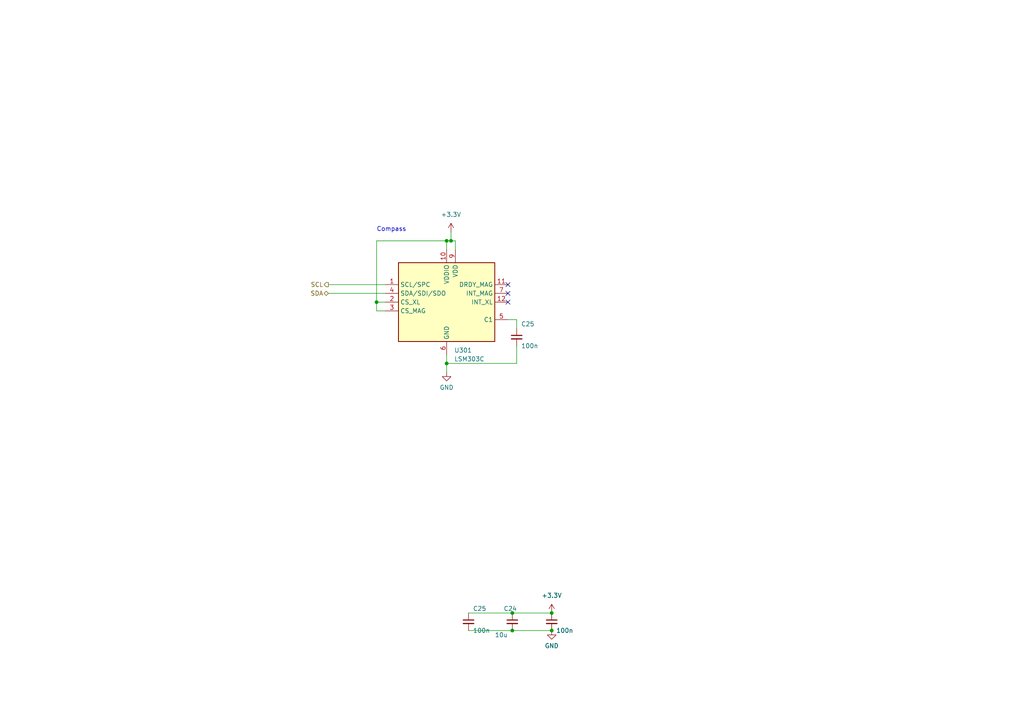
<source format=kicad_sch>
(kicad_sch (version 20230121) (generator eeschema)
  (paper "A4")
  (lib_symbols
    (symbol "Device:C_Small" (pin_numbers hide) (pin_names (offset 0.254) hide)
      (property "Reference" "C" (at 0.254 1.778 0))
      (property "Value" "C_Small" (at 0.254 -2.032 0))
      (symbol "C_Small_0_1"
        (polyline (pts (xy -1.524 -0.508) (xy 1.524 -0.508)) (stroke (width 0.3302)))
        (polyline (pts (xy -1.524 0.508) (xy 1.524 0.508)) (stroke (width 0.3048)))
      )
      (symbol "C_Small_1_1"
        (pin passive line (at 0 2.54 270) (length 2.032) (name "~") (number "1"))
        (pin passive line (at 0 -2.54 90) (length 2.032) (name "~") (number "2"))
      )
    )
    (symbol "Sensor_Motion:LSM303C"
      (property "Reference" "U" (at -11.43 15.24 0))
      (property "Value" "LSM303C" (at -5.08 13.97 0))
      (symbol "LSM303C_0_1"
        (rectangle (start 13.97 11.43) (end -13.97 -11.43) (stroke (width 0.254)) (fill (type background)))
      )
      (symbol "LSM303C_1_1"
        (pin input line (at -17.78 5.08 0) (length 3.81) (name "SCL/SPC") (number "1"))
        (pin power_in line (at 0 15.24 270) (length 3.81) (name "VDDIO") (number "10"))
        (pin output line (at 17.78 5.08 180) (length 3.81) (name "DRDY_MAG") (number "11"))
        (pin output line (at 17.78 0 180) (length 3.81) (name "INT_XL") (number "12"))
        (pin input line (at -17.78 0 0) (length 3.81) (name "CS_XL") (number "2"))
        (pin input line (at -17.78 -2.54 0) (length 3.81) (name "CS_MAG") (number "3"))
        (pin bidirectional line (at -17.78 2.54 0) (length 3.81) (name "SDA/SDI/SDO") (number "4"))
        (pin passive line (at 17.78 -5.08 180) (length 3.81) (name "C1") (number "5"))
        (pin power_in line (at 0 -15.24 90) (length 3.81) (name "GND") (number "6"))
        (pin output line (at 17.78 2.54 180) (length 3.81) (name "INT_MAG") (number "7"))
        (pin passive line (at 0 -15.24 90) (length 3.81) hide (name "GND") (number "8"))
        (pin power_in line (at 2.54 15.24 270) (length 3.81) (name "VDD") (number "9"))
      )
    )
    (symbol "power:+3.3V" (power) (pin_names (offset 0))
      (property "Value" "+3.3V" (at 0 3.556 0))
      (symbol "+3.3V_0_1"
        (polyline (pts (xy -0.762 1.27) (xy 0 2.54)))
        (polyline (pts (xy 0 0) (xy 0 2.54)))
        (polyline (pts (xy 0 2.54) (xy 0.762 1.27)))
      )
      (symbol "+3.3V_1_1"
        (pin power_in line (at 0 0 90) (length 0) hide (name "+3.3V") (number "1"))
      )
    )
    (symbol "power:GND" (power) (pin_names (offset 0))
      (property "Value" "GND" (at 0 -3.81 0))
      (symbol "GND_0_1"
        (polyline (pts (xy 0 0) (xy 0 -1.27) (xy 1.27 -1.27) (xy 0 -2.54) (xy -1.27 -1.27) (xy 0 -1.27)))
      )
      (symbol "GND_1_1"
        (pin power_in line (at 0 0 270) (length 0) hide (name "GND") (number "1"))
      )
    )
  )
  (junction (at 129.54 69.85))
  (junction (at 148.59 177.8))
  (junction (at 148.59 182.88))
  (junction (at 160.02 182.88))
  (junction (at 160.02 177.8))
  (junction (at 129.54 105.41))
  (junction (at 109.22 87.63))
  (junction (at 130.81 69.85))
  (no_connect (at 147.32 82.55))
  (no_connect (at 147.32 85.09))
  (no_connect (at 147.32 87.63))
  (wire (pts (xy 95.25 82.55) (xy 111.76 82.55)))
  (wire (pts (xy 147.32 92.71) (xy 149.86 92.71)))
  (wire (pts (xy 129.54 105.41) (xy 129.54 102.87)))
  (wire (pts (xy 148.59 177.8) (xy 160.02 177.8)))
  (wire (pts (xy 132.08 69.85) (xy 130.81 69.85)))
  (wire (pts (xy 109.22 87.63) (xy 109.22 90.17)))
  (wire (pts (xy 109.22 69.85) (xy 109.22 87.63)))
  (wire (pts (xy 111.76 87.63) (xy 109.22 87.63)))
  (wire (pts (xy 109.22 90.17) (xy 111.76 90.17)))
  (wire (pts (xy 149.86 105.41) (xy 129.54 105.41)))
  (wire (pts (xy 135.89 182.88) (xy 148.59 182.88)))
  (wire (pts (xy 129.54 107.95) (xy 129.54 105.41)))
  (wire (pts (xy 129.54 69.85) (xy 129.54 72.39)))
  (wire (pts (xy 130.81 67.31) (xy 130.81 69.85)))
  (wire (pts (xy 129.54 69.85) (xy 109.22 69.85)))
  (wire (pts (xy 149.86 92.71) (xy 149.86 95.25)))
  (wire (pts (xy 148.59 182.88) (xy 160.02 182.88)))
  (wire (pts (xy 95.25 85.09) (xy 111.76 85.09)))
  (wire (pts (xy 132.08 72.39) (xy 132.08 69.85)))
  (wire (pts (xy 130.81 69.85) (xy 129.54 69.85)))
  (wire (pts (xy 135.89 177.8) (xy 148.59 177.8)))
  (wire (pts (xy 149.86 100.33) (xy 149.86 105.41)))
  (text "Compass" (at 109.22 67.31 0) (effects (font (size 1.27 1.27)) (justify left bottom)))
  (hierarchical_label "SDA" (shape bidirectional) (at 95.25 85.09 180))
  (hierarchical_label "SCL" (shape output) (at 95.25 82.55 180))
  (symbol (lib_id "power:+3.3V") (at 130.81 67.31 0) (unit 1)
    (property "Reference" "#PWR02" (effects hide))
    (property "Value" "+3.3V" (at 130.81 62.23 0))
    (instances (project "Nice-Buoy-V1_1" (path "" (reference "#PWR02") (unit 1)) (path "" (reference "#PWR0302") (unit 1))))
  )
  (symbol (lib_id "power:GND") (at 129.54 107.95 0) (unit 1)
    (property "Reference" "#PWR0121" (effects hide))
    (property "Value" "GND" (at 129.54 112.395 0))
    (instances (project "Nice-Buoy-V1_1" (path "" (reference "#PWR0121") (unit 1)) (path "" (reference "#PWR0226") (unit 1)) (path "" (reference "#PWR0107") (unit 1)) (path "" (reference "#PWR0301") (unit 1))))
  )
  (symbol (lib_id "power:+3.3V") (at 160.02 177.8 0) (unit 1)
    (property "Reference" "#PWR02" (effects hide))
    (property "Value" "+3.3V" (at 160.02 172.72 0))
    (instances (project "Nice-Buoy-V1_1" (path "" (reference "#PWR02") (unit 1)) (path "" (reference "#PWR0303") (unit 1))))
  )
  (symbol (lib_id "Device:C_Small") (at 160.02 180.34 0) (unit 1)
    (property "Reference" "C25" (effects hide))
    (property "Value" "100n" (at 161.29 182.88 0) (effects (justify left)))
    (property "Footprint" "A_Device:C_0603" (effects hide))
    (property "LCSC" "C14663" (effects hide))
    (instances (project "NIKOLA-02-E-001_PCAScannerController_R1" (path "" (reference "C25") (unit 1))) (project "Nice-Buoy-V1_1" (path "" (reference "C218") (unit 1)) (path "" (reference "C104") (unit 1)) (path "" (reference "C304") (unit 1))))
  )
  (symbol (lib_id "Sensor_Motion:LSM303C") (at 129.54 87.63 0) (unit 1)
    (property "Reference" "U301" (at 131.7341 101.6 0) (effects (justify left)))
    (property "Value" "LSM303C" (at 131.7341 104.14 0) (effects (justify left)))
    (property "Footprint" "Package_LGA:LGA-12_2x2mm_P0.5mm" (effects hide))
    (property "Datasheet" "www.st.com/resource/en/datasheet/lsm303c.pdf" (effects hide))
  )
  (symbol (lib_id "Device:C_Small") (at 148.59 180.34 0) (unit 1)
    (property "Reference" "C24" (at 146.05 176.53 0) (effects (justify left)))
    (property "Value" "10u" (at 143.51 184.15 0) (effects (justify left)))
    (property "Footprint" "Capacitor_SMD:C_1210_3225Metric" (effects hide))
    (property "LCSC" "C90143" (effects hide))
    (instances (project "NIKOLA-02-E-001_PCAScannerController_R1" (path "" (reference "C24") (unit 1))) (project "Nice-Buoy-V1_1" (path "" (reference "C211") (unit 1)) (path "" (reference "C101") (unit 1)) (path "" (reference "C302") (unit 1))))
  )
  (symbol (lib_id "Device:C_Small") (at 135.89 180.34 0) (unit 1)
    (property "Reference" "C25" (at 137.16 176.53 0) (effects (justify left)))
    (property "Value" "100n" (at 137.16 182.88 0) (effects (justify left)))
    (property "Footprint" "A_Device:C_0603" (effects hide))
    (property "LCSC" "C14663" (effects hide))
    (instances (project "NIKOLA-02-E-001_PCAScannerController_R1" (path "" (reference "C25") (unit 1))) (project "Nice-Buoy-V1_1" (path "" (reference "C218") (unit 1)) (path "" (reference "C104") (unit 1)) (path "" (reference "C301") (unit 1))))
  )
  (symbol (lib_id "power:GND") (at 160.02 182.88 0) (unit 1)
    (property "Reference" "#PWR0121" (effects hide))
    (property "Value" "GND" (at 160.02 187.325 0))
    (instances (project "Nice-Buoy-V1_1" (path "" (reference "#PWR0121") (unit 1)) (path "" (reference "#PWR0226") (unit 1)) (path "" (reference "#PWR0107") (unit 1)) (path "" (reference "#PWR0304") (unit 1))))
  )
  (symbol (lib_id "Device:C_Small") (at 149.86 97.79 0) (unit 1)
    (property "Reference" "C25" (at 151.13 93.98 0) (effects (justify left)))
    (property "Value" "100n" (at 151.13 100.33 0) (effects (justify left)))
    (property "Footprint" "A_Device:C_0603" (effects hide))
    (property "LCSC" "C14663" (effects hide))
    (instances (project "NIKOLA-02-E-001_PCAScannerController_R1" (path "" (reference "C25") (unit 1))) (project "Nice-Buoy-V1_1" (path "" (reference "C218") (unit 1)) (path "" (reference "C104") (unit 1)) (path "" (reference "C303") (unit 1))))
  )
)
</source>
